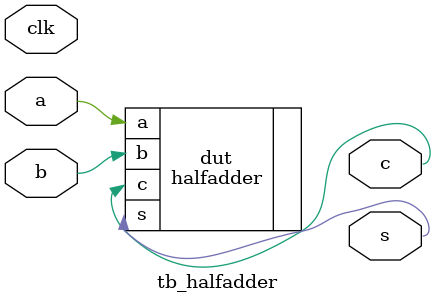
<source format=v>
`default_nettype none
`timescale 1ns/1ps

`include "global.vh"
`include "config.vh"

/*
this testbench just instantiates the module and makes some convenient wires
that can be driven / tested by the cocotb test.py
*/

module tb_halfadder #(
    parameter	WIDTH = 1
) (
    // testbench is controlled by test.py
    input			clk,

    input	[WIDTH-1:0]	a,
    input	[WIDTH-1:0]	b,

    output	[WIDTH-1:0]	c,
    output	[WIDTH-1:0]	s
);

    // this part dumps the trace to a vcd file that can be viewed with GTKWave
    initial begin
        $dumpfile ("tb_halfadder.vcd");
        $dumpvars (0, tb_halfadder);
        #1;
    end

    // instantiate the DUT
    halfadder #(
        .WIDTH(WIDTH)
    ) dut (
`ifdef GL_TEST
        .vccd1( 1'b1),
        .vssd1( 1'b0),
`endif
        .a  (a),
        .b  (b),
        .c  (c),
        .s  (s)
    );

endmodule

</source>
